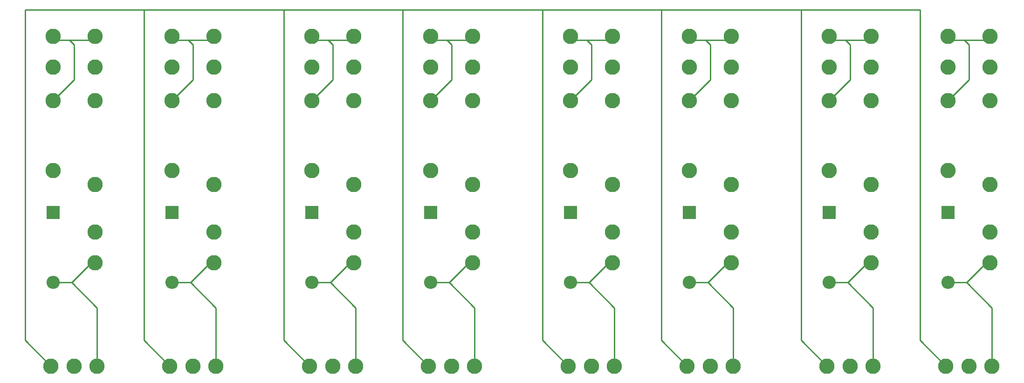
<source format=gbr>
%TF.GenerationSoftware,KiCad,Pcbnew,(5.1.10)-1*%
%TF.CreationDate,2021-08-28T09:33:30-05:00*%
%TF.ProjectId,Relay-Module,52656c61-792d-44d6-9f64-756c652e6b69,rev?*%
%TF.SameCoordinates,Original*%
%TF.FileFunction,Copper,L2,Bot*%
%TF.FilePolarity,Positive*%
%FSLAX46Y46*%
G04 Gerber Fmt 4.6, Leading zero omitted, Abs format (unit mm)*
G04 Created by KiCad (PCBNEW (5.1.10)-1) date 2021-08-28 09:33:30*
%MOMM*%
%LPD*%
G01*
G04 APERTURE LIST*
%TA.AperFunction,ComponentPad*%
%ADD10C,2.794000*%
%TD*%
%TA.AperFunction,ComponentPad*%
%ADD11O,2.400000X2.400000*%
%TD*%
%TA.AperFunction,ComponentPad*%
%ADD12R,2.400000X2.400000*%
%TD*%
%TA.AperFunction,Conductor*%
%ADD13C,0.250000*%
%TD*%
G04 APERTURE END LIST*
D10*
%TO.P,K1,4*%
%TO.N,Net-(D1-Pad1)*%
X57150000Y-77470000D03*
%TO.P,K1,3*%
%TO.N,Net-(J7-Pad1)*%
X64770000Y-80010000D03*
%TO.P,K1,2*%
%TO.N,Net-(J3-Pad2)*%
X57150000Y-64770000D03*
%TO.P,K1,1*%
%TO.N,Net-(J3-Pad1)*%
X64770000Y-64770000D03*
%TD*%
%TO.P,K2,4*%
%TO.N,Net-(D2-Pad1)*%
X78740000Y-77470000D03*
%TO.P,K2,3*%
%TO.N,Net-(J8-Pad1)*%
X86360000Y-80010000D03*
%TO.P,K2,2*%
%TO.N,Net-(J5-Pad2)*%
X78740000Y-64770000D03*
%TO.P,K2,1*%
%TO.N,Net-(J5-Pad1)*%
X86360000Y-64770000D03*
%TD*%
%TO.P,K3,4*%
%TO.N,Net-(D3-Pad1)*%
X104140000Y-77470000D03*
%TO.P,K3,3*%
%TO.N,Net-(J15-Pad1)*%
X111760000Y-80010000D03*
%TO.P,K3,2*%
%TO.N,Net-(J11-Pad2)*%
X104140000Y-64770000D03*
%TO.P,K3,1*%
%TO.N,Net-(J11-Pad1)*%
X111760000Y-64770000D03*
%TD*%
%TO.P,K4,4*%
%TO.N,Net-(D4-Pad1)*%
X125730000Y-77470000D03*
%TO.P,K4,3*%
%TO.N,Net-(J16-Pad1)*%
X133350000Y-80010000D03*
%TO.P,K4,2*%
%TO.N,Net-(J13-Pad2)*%
X125730000Y-64770000D03*
%TO.P,K4,1*%
%TO.N,Net-(J13-Pad1)*%
X133350000Y-64770000D03*
%TD*%
%TO.P,K5,4*%
%TO.N,Net-(D5-Pad1)*%
X151130000Y-77470000D03*
%TO.P,K5,3*%
%TO.N,Net-(J23-Pad1)*%
X158750000Y-80010000D03*
%TO.P,K5,2*%
%TO.N,Net-(J19-Pad2)*%
X151130000Y-64770000D03*
%TO.P,K5,1*%
%TO.N,Net-(J19-Pad1)*%
X158750000Y-64770000D03*
%TD*%
%TO.P,K6,4*%
%TO.N,Net-(D6-Pad1)*%
X172720000Y-77470000D03*
%TO.P,K6,3*%
%TO.N,Net-(J24-Pad1)*%
X180340000Y-80010000D03*
%TO.P,K6,2*%
%TO.N,Net-(J21-Pad2)*%
X172720000Y-64770000D03*
%TO.P,K6,1*%
%TO.N,Net-(J21-Pad1)*%
X180340000Y-64770000D03*
%TD*%
%TO.P,K7,4*%
%TO.N,Net-(D7-Pad1)*%
X198120000Y-77470000D03*
%TO.P,K7,3*%
%TO.N,Net-(J31-Pad1)*%
X205740000Y-80010000D03*
%TO.P,K7,2*%
%TO.N,Net-(J27-Pad2)*%
X198120000Y-64770000D03*
%TO.P,K7,1*%
%TO.N,Net-(J27-Pad1)*%
X205740000Y-64770000D03*
%TD*%
%TO.P,K8,4*%
%TO.N,Net-(D8-Pad1)*%
X219710000Y-77470000D03*
%TO.P,K8,3*%
%TO.N,Net-(J32-Pad1)*%
X227330000Y-80010000D03*
%TO.P,K8,2*%
%TO.N,Net-(J29-Pad2)*%
X219710000Y-64770000D03*
%TO.P,K8,1*%
%TO.N,Net-(J29-Pad1)*%
X227330000Y-64770000D03*
%TD*%
%TO.P,J1,3*%
%TO.N,GND*%
X56769000Y-113030000D03*
%TO.P,J1,1*%
%TO.N,Net-(D1-Pad2)*%
X65151000Y-113030000D03*
%TO.P,J1,2*%
%TO.N,Net-(D1-Pad1)*%
X60960000Y-113030000D03*
%TD*%
%TO.P,J7,1*%
%TO.N,Net-(J7-Pad1)*%
X64770000Y-88646000D03*
%TO.P,J7,2*%
%TO.N,Net-(D1-Pad2)*%
X64770000Y-94234000D03*
%TD*%
%TO.P,J3,1*%
%TO.N,Net-(J3-Pad1)*%
X57150000Y-58674000D03*
%TO.P,J3,2*%
%TO.N,Net-(J3-Pad2)*%
X57150000Y-53086000D03*
%TD*%
%TO.P,J4,1*%
%TO.N,Net-(J3-Pad1)*%
X64770000Y-58674000D03*
%TO.P,J4,2*%
%TO.N,Net-(J3-Pad2)*%
X64770000Y-53086000D03*
%TD*%
%TO.P,J2,3*%
%TO.N,GND*%
X78359000Y-113030000D03*
%TO.P,J2,1*%
%TO.N,Net-(D2-Pad2)*%
X86741000Y-113030000D03*
%TO.P,J2,2*%
%TO.N,Net-(D2-Pad1)*%
X82550000Y-113030000D03*
%TD*%
%TO.P,J8,1*%
%TO.N,Net-(J8-Pad1)*%
X86360000Y-88646000D03*
%TO.P,J8,2*%
%TO.N,Net-(D2-Pad2)*%
X86360000Y-94234000D03*
%TD*%
%TO.P,J5,1*%
%TO.N,Net-(J5-Pad1)*%
X78740000Y-58674000D03*
%TO.P,J5,2*%
%TO.N,Net-(J5-Pad2)*%
X78740000Y-53086000D03*
%TD*%
%TO.P,J6,1*%
%TO.N,Net-(J5-Pad1)*%
X86360000Y-58674000D03*
%TO.P,J6,2*%
%TO.N,Net-(J5-Pad2)*%
X86360000Y-53086000D03*
%TD*%
%TO.P,J9,3*%
%TO.N,GND*%
X103759000Y-113030000D03*
%TO.P,J9,1*%
%TO.N,Net-(D3-Pad2)*%
X112141000Y-113030000D03*
%TO.P,J9,2*%
%TO.N,Net-(D3-Pad1)*%
X107950000Y-113030000D03*
%TD*%
%TO.P,J15,1*%
%TO.N,Net-(J15-Pad1)*%
X111760000Y-88646000D03*
%TO.P,J15,2*%
%TO.N,Net-(D3-Pad2)*%
X111760000Y-94234000D03*
%TD*%
%TO.P,J11,1*%
%TO.N,Net-(J11-Pad1)*%
X104140000Y-58674000D03*
%TO.P,J11,2*%
%TO.N,Net-(J11-Pad2)*%
X104140000Y-53086000D03*
%TD*%
%TO.P,J12,1*%
%TO.N,Net-(J11-Pad1)*%
X111760000Y-58674000D03*
%TO.P,J12,2*%
%TO.N,Net-(J11-Pad2)*%
X111760000Y-53086000D03*
%TD*%
%TO.P,J10,3*%
%TO.N,GND*%
X125349000Y-113030000D03*
%TO.P,J10,1*%
%TO.N,Net-(D4-Pad2)*%
X133731000Y-113030000D03*
%TO.P,J10,2*%
%TO.N,Net-(D4-Pad1)*%
X129540000Y-113030000D03*
%TD*%
%TO.P,J16,1*%
%TO.N,Net-(J16-Pad1)*%
X133350000Y-88646000D03*
%TO.P,J16,2*%
%TO.N,Net-(D4-Pad2)*%
X133350000Y-94234000D03*
%TD*%
%TO.P,J13,1*%
%TO.N,Net-(J13-Pad1)*%
X125730000Y-58674000D03*
%TO.P,J13,2*%
%TO.N,Net-(J13-Pad2)*%
X125730000Y-53086000D03*
%TD*%
%TO.P,J14,1*%
%TO.N,Net-(J13-Pad1)*%
X133350000Y-58674000D03*
%TO.P,J14,2*%
%TO.N,Net-(J13-Pad2)*%
X133350000Y-53086000D03*
%TD*%
%TO.P,J17,3*%
%TO.N,GND*%
X150749000Y-113030000D03*
%TO.P,J17,1*%
%TO.N,Net-(D5-Pad2)*%
X159131000Y-113030000D03*
%TO.P,J17,2*%
%TO.N,Net-(D5-Pad1)*%
X154940000Y-113030000D03*
%TD*%
%TO.P,J23,1*%
%TO.N,Net-(J23-Pad1)*%
X158750000Y-88646000D03*
%TO.P,J23,2*%
%TO.N,Net-(D5-Pad2)*%
X158750000Y-94234000D03*
%TD*%
%TO.P,J19,1*%
%TO.N,Net-(J19-Pad1)*%
X151130000Y-58674000D03*
%TO.P,J19,2*%
%TO.N,Net-(J19-Pad2)*%
X151130000Y-53086000D03*
%TD*%
%TO.P,J20,1*%
%TO.N,Net-(J19-Pad1)*%
X158750000Y-58674000D03*
%TO.P,J20,2*%
%TO.N,Net-(J19-Pad2)*%
X158750000Y-53086000D03*
%TD*%
%TO.P,J18,3*%
%TO.N,GND*%
X172339000Y-113030000D03*
%TO.P,J18,1*%
%TO.N,Net-(D6-Pad2)*%
X180721000Y-113030000D03*
%TO.P,J18,2*%
%TO.N,Net-(D6-Pad1)*%
X176530000Y-113030000D03*
%TD*%
%TO.P,J24,1*%
%TO.N,Net-(J24-Pad1)*%
X180340000Y-88646000D03*
%TO.P,J24,2*%
%TO.N,Net-(D6-Pad2)*%
X180340000Y-94234000D03*
%TD*%
%TO.P,J21,1*%
%TO.N,Net-(J21-Pad1)*%
X172720000Y-58674000D03*
%TO.P,J21,2*%
%TO.N,Net-(J21-Pad2)*%
X172720000Y-53086000D03*
%TD*%
%TO.P,J22,1*%
%TO.N,Net-(J21-Pad1)*%
X180340000Y-58674000D03*
%TO.P,J22,2*%
%TO.N,Net-(J21-Pad2)*%
X180340000Y-53086000D03*
%TD*%
%TO.P,J27,1*%
%TO.N,Net-(J27-Pad1)*%
X198120000Y-58674000D03*
%TO.P,J27,2*%
%TO.N,Net-(J27-Pad2)*%
X198120000Y-53086000D03*
%TD*%
%TO.P,J28,1*%
%TO.N,Net-(J27-Pad1)*%
X205740000Y-58674000D03*
%TO.P,J28,2*%
%TO.N,Net-(J27-Pad2)*%
X205740000Y-53086000D03*
%TD*%
%TO.P,J31,1*%
%TO.N,Net-(J31-Pad1)*%
X205740000Y-88646000D03*
%TO.P,J31,2*%
%TO.N,Net-(D7-Pad2)*%
X205740000Y-94234000D03*
%TD*%
%TO.P,J25,3*%
%TO.N,GND*%
X197739000Y-113030000D03*
%TO.P,J25,1*%
%TO.N,Net-(D7-Pad2)*%
X206121000Y-113030000D03*
%TO.P,J25,2*%
%TO.N,Net-(D7-Pad1)*%
X201930000Y-113030000D03*
%TD*%
%TO.P,J26,3*%
%TO.N,GND*%
X219329000Y-113030000D03*
%TO.P,J26,1*%
%TO.N,Net-(D8-Pad2)*%
X227711000Y-113030000D03*
%TO.P,J26,2*%
%TO.N,Net-(D8-Pad1)*%
X223520000Y-113030000D03*
%TD*%
%TO.P,J32,1*%
%TO.N,Net-(J32-Pad1)*%
X227330000Y-88646000D03*
%TO.P,J32,2*%
%TO.N,Net-(D8-Pad2)*%
X227330000Y-94234000D03*
%TD*%
%TO.P,J29,1*%
%TO.N,Net-(J29-Pad1)*%
X219710000Y-58674000D03*
%TO.P,J29,2*%
%TO.N,Net-(J29-Pad2)*%
X219710000Y-53086000D03*
%TD*%
%TO.P,J30,1*%
%TO.N,Net-(J29-Pad1)*%
X227330000Y-58674000D03*
%TO.P,J30,2*%
%TO.N,Net-(J29-Pad2)*%
X227330000Y-53086000D03*
%TD*%
D11*
%TO.P,D1,2*%
%TO.N,Net-(D1-Pad2)*%
X57150000Y-97790000D03*
D12*
%TO.P,D1,1*%
%TO.N,Net-(D1-Pad1)*%
X57150000Y-85090000D03*
%TD*%
%TO.P,D2,1*%
%TO.N,Net-(D2-Pad1)*%
X78740000Y-85090000D03*
D11*
%TO.P,D2,2*%
%TO.N,Net-(D2-Pad2)*%
X78740000Y-97790000D03*
%TD*%
%TO.P,D3,2*%
%TO.N,Net-(D3-Pad2)*%
X104140000Y-97790000D03*
D12*
%TO.P,D3,1*%
%TO.N,Net-(D3-Pad1)*%
X104140000Y-85090000D03*
%TD*%
%TO.P,D4,1*%
%TO.N,Net-(D4-Pad1)*%
X125730000Y-85090000D03*
D11*
%TO.P,D4,2*%
%TO.N,Net-(D4-Pad2)*%
X125730000Y-97790000D03*
%TD*%
D12*
%TO.P,D5,1*%
%TO.N,Net-(D5-Pad1)*%
X151130000Y-85090000D03*
D11*
%TO.P,D5,2*%
%TO.N,Net-(D5-Pad2)*%
X151130000Y-97790000D03*
%TD*%
D12*
%TO.P,D6,1*%
%TO.N,Net-(D6-Pad1)*%
X172720000Y-85090000D03*
D11*
%TO.P,D6,2*%
%TO.N,Net-(D6-Pad2)*%
X172720000Y-97790000D03*
%TD*%
%TO.P,D7,2*%
%TO.N,Net-(D7-Pad2)*%
X198120000Y-97790000D03*
D12*
%TO.P,D7,1*%
%TO.N,Net-(D7-Pad1)*%
X198120000Y-85090000D03*
%TD*%
D11*
%TO.P,D8,2*%
%TO.N,Net-(D8-Pad2)*%
X219710000Y-97790000D03*
D12*
%TO.P,D8,1*%
%TO.N,Net-(D8-Pad1)*%
X219710000Y-85090000D03*
%TD*%
D13*
%TO.N,Net-(D1-Pad2)*%
X60528200Y-97790000D02*
X64770000Y-93548200D01*
X57150000Y-97790000D02*
X60528200Y-97790000D01*
X65151000Y-102412800D02*
X60528200Y-97790000D01*
X65151000Y-113030000D02*
X65151000Y-102412800D01*
%TO.N,Net-(D2-Pad2)*%
X82118200Y-97790000D02*
X86360000Y-93548200D01*
X78740000Y-97790000D02*
X82118200Y-97790000D01*
X86741000Y-102412800D02*
X82118200Y-97790000D01*
X86741000Y-113030000D02*
X86741000Y-107492800D01*
X86741000Y-102412800D02*
X86741000Y-107492800D01*
%TO.N,Net-(D3-Pad2)*%
X107518200Y-97790000D02*
X111760000Y-93548200D01*
X104140000Y-97790000D02*
X107518200Y-97790000D01*
X112141000Y-102412800D02*
X107518200Y-97790000D01*
X112141000Y-113030000D02*
X112141000Y-107492800D01*
X112141000Y-102412800D02*
X112141000Y-107492800D01*
%TO.N,Net-(D4-Pad2)*%
X129108200Y-97790000D02*
X133350000Y-93548200D01*
X125730000Y-97790000D02*
X129108200Y-97790000D01*
X133731000Y-102412800D02*
X129108200Y-97790000D01*
X133731000Y-113030000D02*
X133731000Y-107492800D01*
X133731000Y-102412800D02*
X133731000Y-107492800D01*
%TO.N,Net-(D5-Pad2)*%
X154508200Y-97790000D02*
X158750000Y-93548200D01*
X151130000Y-97790000D02*
X154508200Y-97790000D01*
X159131000Y-102412800D02*
X154508200Y-97790000D01*
X159131000Y-113030000D02*
X159131000Y-107492800D01*
X159131000Y-102412800D02*
X159131000Y-107492800D01*
%TO.N,Net-(D6-Pad2)*%
X176098200Y-97790000D02*
X180340000Y-93548200D01*
X172720000Y-97790000D02*
X176098200Y-97790000D01*
X180721000Y-102412800D02*
X176098200Y-97790000D01*
X180721000Y-113030000D02*
X180721000Y-107492800D01*
X180721000Y-102412800D02*
X180721000Y-107492800D01*
%TO.N,Net-(D7-Pad2)*%
X201498200Y-97790000D02*
X205740000Y-93548200D01*
X198120000Y-97790000D02*
X201498200Y-97790000D01*
X206121000Y-102412800D02*
X201498200Y-97790000D01*
X206121000Y-113030000D02*
X206121000Y-107492800D01*
X206121000Y-102412800D02*
X206121000Y-107492800D01*
%TO.N,Net-(D8-Pad2)*%
X223088200Y-97790000D02*
X227330000Y-93548200D01*
X219710000Y-97790000D02*
X223088200Y-97790000D01*
X227711000Y-102412800D02*
X223088200Y-97790000D01*
X227711000Y-113030000D02*
X227711000Y-107492800D01*
X227711000Y-102412800D02*
X227711000Y-107492800D01*
%TO.N,GND*%
X73660000Y-108331000D02*
X78359000Y-113030000D01*
X73660000Y-48260000D02*
X73660000Y-108331000D01*
X99060000Y-108331000D02*
X103759000Y-113030000D01*
X99060000Y-48260000D02*
X99060000Y-108331000D01*
X120650000Y-108331000D02*
X125349000Y-113030000D01*
X120650000Y-48260000D02*
X120650000Y-108331000D01*
X146050000Y-108331000D02*
X150749000Y-113030000D01*
X146050000Y-48260000D02*
X146050000Y-108331000D01*
X167640000Y-108331000D02*
X172339000Y-113030000D01*
X167640000Y-48260000D02*
X167640000Y-108331000D01*
X193040000Y-103251000D02*
X193040000Y-102870000D01*
X193040000Y-102870000D02*
X193040000Y-48260000D01*
X193040000Y-108331000D02*
X197739000Y-113030000D01*
X193040000Y-102870000D02*
X193040000Y-108331000D01*
X214630000Y-108331000D02*
X219329000Y-113030000D01*
X214630000Y-48260000D02*
X214630000Y-108331000D01*
X52070000Y-48260000D02*
X214630000Y-48260000D01*
X52070000Y-108331000D02*
X52070000Y-48260000D01*
X56769000Y-113030000D02*
X52070000Y-108331000D01*
%TO.N,Net-(J3-Pad2)*%
X57150000Y-64770000D02*
X60960000Y-60960000D01*
X60960000Y-60960000D02*
X60960000Y-54610000D01*
X60960000Y-54610000D02*
X60121800Y-53771800D01*
X60121800Y-53771800D02*
X64770000Y-53771800D01*
X57150000Y-53771800D02*
X60121800Y-53771800D01*
%TO.N,Net-(J5-Pad2)*%
X78740000Y-64770000D02*
X82550000Y-60960000D01*
X82550000Y-54610000D02*
X81711800Y-53771800D01*
X82550000Y-60960000D02*
X82550000Y-54610000D01*
X81711800Y-53771800D02*
X86360000Y-53771800D01*
X78740000Y-53771800D02*
X81711800Y-53771800D01*
%TO.N,Net-(J11-Pad2)*%
X104140000Y-64770000D02*
X107950000Y-60960000D01*
X107950000Y-54610000D02*
X107111800Y-53771800D01*
X107950000Y-60960000D02*
X107950000Y-54610000D01*
X107111800Y-53771800D02*
X111760000Y-53771800D01*
X104140000Y-53771800D02*
X107111800Y-53771800D01*
%TO.N,Net-(J13-Pad2)*%
X125730000Y-64770000D02*
X129540000Y-60960000D01*
X129540000Y-54610000D02*
X128701800Y-53771800D01*
X129540000Y-60960000D02*
X129540000Y-54610000D01*
X128701800Y-53771800D02*
X133350000Y-53771800D01*
X125730000Y-53771800D02*
X128701800Y-53771800D01*
%TO.N,Net-(J19-Pad2)*%
X151130000Y-64770000D02*
X154940000Y-60960000D01*
X154940000Y-60960000D02*
X154940000Y-54610000D01*
X154940000Y-54610000D02*
X154101800Y-53771800D01*
X154101800Y-53771800D02*
X158750000Y-53771800D01*
X151130000Y-53771800D02*
X154101800Y-53771800D01*
%TO.N,Net-(J21-Pad2)*%
X172720000Y-64770000D02*
X176530000Y-60960000D01*
X176530000Y-54610000D02*
X175691800Y-53771800D01*
X176530000Y-60960000D02*
X176530000Y-54610000D01*
X175691800Y-53771800D02*
X180340000Y-53771800D01*
X172720000Y-53771800D02*
X175691800Y-53771800D01*
%TO.N,Net-(J27-Pad2)*%
X198120000Y-64770000D02*
X201930000Y-60960000D01*
X201930000Y-54610000D02*
X201091800Y-53771800D01*
X201930000Y-60960000D02*
X201930000Y-54610000D01*
X201091800Y-53771800D02*
X205740000Y-53771800D01*
X198120000Y-53771800D02*
X201091800Y-53771800D01*
%TO.N,Net-(J29-Pad2)*%
X219710000Y-64770000D02*
X223520000Y-60960000D01*
X223520000Y-54610000D02*
X222681800Y-53771800D01*
X223520000Y-60960000D02*
X223520000Y-54610000D01*
X222681800Y-53771800D02*
X227330000Y-53771800D01*
X219710000Y-53771800D02*
X222681800Y-53771800D01*
%TD*%
M02*

</source>
